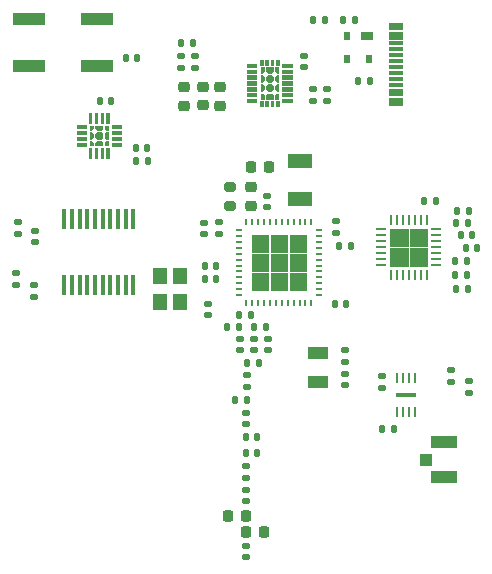
<source format=gtp>
G04 #@! TF.GenerationSoftware,KiCad,Pcbnew,(6.0.8)*
G04 #@! TF.CreationDate,2022-11-17T21:44:11-05:00*
G04 #@! TF.ProjectId,Emrick,456d7269-636b-42e6-9b69-6361645f7063,2*
G04 #@! TF.SameCoordinates,Original*
G04 #@! TF.FileFunction,Paste,Top*
G04 #@! TF.FilePolarity,Positive*
%FSLAX46Y46*%
G04 Gerber Fmt 4.6, Leading zero omitted, Abs format (unit mm)*
G04 Created by KiCad (PCBNEW (6.0.8)) date 2022-11-17 21:44:11*
%MOMM*%
%LPD*%
G01*
G04 APERTURE LIST*
G04 Aperture macros list*
%AMRoundRect*
0 Rectangle with rounded corners*
0 $1 Rounding radius*
0 $2 $3 $4 $5 $6 $7 $8 $9 X,Y pos of 4 corners*
0 Add a 4 corners polygon primitive as box body*
4,1,4,$2,$3,$4,$5,$6,$7,$8,$9,$2,$3,0*
0 Add four circle primitives for the rounded corners*
1,1,$1+$1,$2,$3*
1,1,$1+$1,$4,$5*
1,1,$1+$1,$6,$7*
1,1,$1+$1,$8,$9*
0 Add four rect primitives between the rounded corners*
20,1,$1+$1,$2,$3,$4,$5,0*
20,1,$1+$1,$4,$5,$6,$7,0*
20,1,$1+$1,$6,$7,$8,$9,0*
20,1,$1+$1,$8,$9,$2,$3,0*%
G04 Aperture macros list end*
%ADD10C,0.100000*%
%ADD11RoundRect,0.225000X-0.225000X-0.250000X0.225000X-0.250000X0.225000X0.250000X-0.225000X0.250000X0*%
%ADD12RoundRect,0.225000X-0.250000X0.225000X-0.250000X-0.225000X0.250000X-0.225000X0.250000X0.225000X0*%
%ADD13RoundRect,0.225000X0.225000X0.250000X-0.225000X0.250000X-0.225000X-0.250000X0.225000X-0.250000X0*%
%ADD14RoundRect,0.140000X0.140000X0.170000X-0.140000X0.170000X-0.140000X-0.170000X0.140000X-0.170000X0*%
%ADD15RoundRect,0.140000X0.170000X-0.140000X0.170000X0.140000X-0.170000X0.140000X-0.170000X-0.140000X0*%
%ADD16RoundRect,0.140000X-0.140000X-0.170000X0.140000X-0.170000X0.140000X0.170000X-0.140000X0.170000X0*%
%ADD17R,1.200000X1.400000*%
%ADD18RoundRect,0.135000X0.185000X-0.135000X0.185000X0.135000X-0.185000X0.135000X-0.185000X-0.135000X0*%
%ADD19RoundRect,0.135000X0.135000X0.185000X-0.135000X0.185000X-0.135000X-0.185000X0.135000X-0.185000X0*%
%ADD20R,2.750000X1.000000*%
%ADD21R,2.000000X1.200000*%
%ADD22RoundRect,0.147500X-0.172500X0.147500X-0.172500X-0.147500X0.172500X-0.147500X0.172500X0.147500X0*%
%ADD23RoundRect,0.140000X-0.170000X0.140000X-0.170000X-0.140000X0.170000X-0.140000X0.170000X0.140000X0*%
%ADD24R,1.000000X0.700000*%
%ADD25R,0.600000X0.700000*%
%ADD26RoundRect,0.147500X0.172500X-0.147500X0.172500X0.147500X-0.172500X0.147500X-0.172500X-0.147500X0*%
%ADD27R,0.965200X0.254000*%
%ADD28R,0.254000X0.965200*%
%ADD29R,0.355600X1.676400*%
%ADD30O,0.240000X0.599999*%
%ADD31O,0.599999X0.240000*%
%ADD32R,1.800000X1.000000*%
%ADD33R,1.050000X1.000000*%
%ADD34R,2.200000X1.050000*%
%ADD35RoundRect,0.225000X0.250000X-0.225000X0.250000X0.225000X-0.250000X0.225000X-0.250000X-0.225000X0*%
%ADD36R,1.150000X0.300000*%
%ADD37RoundRect,0.135000X-0.135000X-0.185000X0.135000X-0.185000X0.135000X0.185000X-0.135000X0.185000X0*%
%ADD38R,0.254000X0.812800*%
%ADD39R,1.701800X0.304800*%
%ADD40RoundRect,0.147500X-0.147500X-0.172500X0.147500X-0.172500X0.147500X0.172500X-0.147500X0.172500X0*%
%ADD41RoundRect,0.200000X-0.275000X0.200000X-0.275000X-0.200000X0.275000X-0.200000X0.275000X0.200000X0*%
G04 APERTURE END LIST*
G36*
X117776400Y-38250000D02*
G01*
X116300000Y-38250000D01*
X116300000Y-36773600D01*
X117776400Y-36773600D01*
X117776400Y-38250000D01*
G37*
D10*
X117776400Y-38250000D02*
X116300000Y-38250000D01*
X116300000Y-36773600D01*
X117776400Y-36773600D01*
X117776400Y-38250000D01*
G36*
X116100000Y-39926400D02*
G01*
X114623600Y-39926400D01*
X114623600Y-38450000D01*
X116100000Y-38450000D01*
X116100000Y-39926400D01*
G37*
X116100000Y-39926400D02*
X114623600Y-39926400D01*
X114623600Y-38450000D01*
X116100000Y-38450000D01*
X116100000Y-39926400D01*
G36*
X116100000Y-38250000D02*
G01*
X114623600Y-38250000D01*
X114623600Y-36773600D01*
X116100000Y-36773600D01*
X116100000Y-38250000D01*
G37*
X116100000Y-38250000D02*
X114623600Y-38250000D01*
X114623600Y-36773600D01*
X116100000Y-36773600D01*
X116100000Y-38250000D01*
G36*
X117776400Y-39926400D02*
G01*
X116300000Y-39926400D01*
X116300000Y-38450000D01*
X117776400Y-38450000D01*
X117776400Y-39926400D01*
G37*
X117776400Y-39926400D02*
X116300000Y-39926400D01*
X116300000Y-38450000D01*
X117776400Y-38450000D01*
X117776400Y-39926400D01*
G36*
X90258700Y-28747721D02*
G01*
X90258700Y-29052279D01*
X90117279Y-29193700D01*
X89812721Y-29193700D01*
X89671300Y-29052279D01*
X89671300Y-28747721D01*
X89812721Y-28606300D01*
X90117279Y-28606300D01*
X90258700Y-28747721D01*
G37*
X90258700Y-28747721D02*
X90258700Y-29052279D01*
X90117279Y-29193700D01*
X89812721Y-29193700D01*
X89671300Y-29052279D01*
X89671300Y-28747721D01*
X89812721Y-28606300D01*
X90117279Y-28606300D01*
X90258700Y-28747721D01*
G36*
X88890108Y-29265171D02*
G01*
X88089893Y-29265171D01*
X88089893Y-29034955D01*
X88890108Y-29034955D01*
X88890108Y-29265171D01*
G37*
X88890108Y-29265171D02*
X88089893Y-29265171D01*
X88089893Y-29034955D01*
X88890108Y-29034955D01*
X88890108Y-29265171D01*
G36*
X90330107Y-30775107D02*
G01*
X90099892Y-30775107D01*
X90099892Y-29974892D01*
X90330107Y-29974892D01*
X90330107Y-30775107D01*
G37*
X90330107Y-30775107D02*
X90099892Y-30775107D01*
X90099892Y-29974892D01*
X90330107Y-29974892D01*
X90330107Y-30775107D01*
G36*
X89471300Y-28264879D02*
G01*
X89329879Y-28406300D01*
X89189930Y-28406300D01*
X89189930Y-28124930D01*
X89471300Y-28124930D01*
X89471300Y-28264879D01*
G37*
X89471300Y-28264879D02*
X89329879Y-28406300D01*
X89189930Y-28406300D01*
X89189930Y-28124930D01*
X89471300Y-28124930D01*
X89471300Y-28264879D01*
G36*
X88890108Y-28765045D02*
G01*
X88089893Y-28765045D01*
X88089893Y-28534829D01*
X88890108Y-28534829D01*
X88890108Y-28765045D01*
G37*
X88890108Y-28765045D02*
X88089893Y-28765045D01*
X88089893Y-28534829D01*
X88890108Y-28534829D01*
X88890108Y-28765045D01*
G36*
X90740070Y-29193700D02*
G01*
X90600121Y-29193700D01*
X90458700Y-29052279D01*
X90458700Y-28747721D01*
X90600121Y-28606300D01*
X90740070Y-28606300D01*
X90740070Y-29193700D01*
G37*
X90740070Y-29193700D02*
X90600121Y-29193700D01*
X90458700Y-29052279D01*
X90458700Y-28747721D01*
X90600121Y-28606300D01*
X90740070Y-28606300D01*
X90740070Y-29193700D01*
G36*
X90258700Y-29535121D02*
G01*
X90258700Y-29675070D01*
X89671300Y-29675070D01*
X89671300Y-29535121D01*
X89812721Y-29393700D01*
X90117279Y-29393700D01*
X90258700Y-29535121D01*
G37*
X90258700Y-29535121D02*
X90258700Y-29675070D01*
X89671300Y-29675070D01*
X89671300Y-29535121D01*
X89812721Y-29393700D01*
X90117279Y-29393700D01*
X90258700Y-29535121D01*
G36*
X89330109Y-27825108D02*
G01*
X89099891Y-27825108D01*
X89099891Y-27024893D01*
X89330109Y-27024893D01*
X89330109Y-27825108D01*
G37*
X89330109Y-27825108D02*
X89099891Y-27825108D01*
X89099891Y-27024893D01*
X89330109Y-27024893D01*
X89330109Y-27825108D01*
G36*
X90330107Y-27825108D02*
G01*
X90099892Y-27825108D01*
X90099892Y-27024893D01*
X90330107Y-27024893D01*
X90330107Y-27825108D01*
G37*
X90330107Y-27825108D02*
X90099892Y-27825108D01*
X90099892Y-27024893D01*
X90330107Y-27024893D01*
X90330107Y-27825108D01*
G36*
X88890108Y-28264919D02*
G01*
X88089893Y-28264919D01*
X88089893Y-28034703D01*
X88890108Y-28034703D01*
X88890108Y-28264919D01*
G37*
X88890108Y-28264919D02*
X88089893Y-28264919D01*
X88089893Y-28034703D01*
X88890108Y-28034703D01*
X88890108Y-28264919D01*
G36*
X90740070Y-28406300D02*
G01*
X90600121Y-28406300D01*
X90458700Y-28264879D01*
X90458700Y-28124930D01*
X90740070Y-28124930D01*
X90740070Y-28406300D01*
G37*
X90740070Y-28406300D02*
X90600121Y-28406300D01*
X90458700Y-28264879D01*
X90458700Y-28124930D01*
X90740070Y-28124930D01*
X90740070Y-28406300D01*
G36*
X90258700Y-28264879D02*
G01*
X90117279Y-28406300D01*
X89812721Y-28406300D01*
X89671300Y-28264879D01*
X89671300Y-28124930D01*
X90258700Y-28124930D01*
X90258700Y-28264879D01*
G37*
X90258700Y-28264879D02*
X90117279Y-28406300D01*
X89812721Y-28406300D01*
X89671300Y-28264879D01*
X89671300Y-28124930D01*
X90258700Y-28124930D01*
X90258700Y-28264879D01*
G36*
X89471300Y-29535121D02*
G01*
X89471300Y-29675070D01*
X89189930Y-29675070D01*
X89189930Y-29393700D01*
X89329879Y-29393700D01*
X89471300Y-29535121D01*
G37*
X89471300Y-29535121D02*
X89471300Y-29675070D01*
X89189930Y-29675070D01*
X89189930Y-29393700D01*
X89329879Y-29393700D01*
X89471300Y-29535121D01*
G36*
X89830108Y-27825108D02*
G01*
X89599893Y-27825108D01*
X89599893Y-27024893D01*
X89830108Y-27024893D01*
X89830108Y-27825108D01*
G37*
X89830108Y-27825108D02*
X89599893Y-27825108D01*
X89599893Y-27024893D01*
X89830108Y-27024893D01*
X89830108Y-27825108D01*
G36*
X89830108Y-30775107D02*
G01*
X89599893Y-30775107D01*
X89599893Y-29974892D01*
X89830108Y-29974892D01*
X89830108Y-30775107D01*
G37*
X89830108Y-30775107D02*
X89599893Y-30775107D01*
X89599893Y-29974892D01*
X89830108Y-29974892D01*
X89830108Y-30775107D01*
G36*
X89330109Y-30775107D02*
G01*
X89099891Y-30775107D01*
X89099891Y-29974892D01*
X89330109Y-29974892D01*
X89330109Y-30775107D01*
G37*
X89330109Y-30775107D02*
X89099891Y-30775107D01*
X89099891Y-29974892D01*
X89330109Y-29974892D01*
X89330109Y-30775107D01*
G36*
X91840107Y-28264919D02*
G01*
X91039892Y-28264919D01*
X91039892Y-28034703D01*
X91840107Y-28034703D01*
X91840107Y-28264919D01*
G37*
X91840107Y-28264919D02*
X91039892Y-28264919D01*
X91039892Y-28034703D01*
X91840107Y-28034703D01*
X91840107Y-28264919D01*
G36*
X89471300Y-28747721D02*
G01*
X89471300Y-29052279D01*
X89329879Y-29193700D01*
X89189930Y-29193700D01*
X89189930Y-28606300D01*
X89329879Y-28606300D01*
X89471300Y-28747721D01*
G37*
X89471300Y-28747721D02*
X89471300Y-29052279D01*
X89329879Y-29193700D01*
X89189930Y-29193700D01*
X89189930Y-28606300D01*
X89329879Y-28606300D01*
X89471300Y-28747721D01*
G36*
X91840107Y-29265171D02*
G01*
X91039892Y-29265171D01*
X91039892Y-29034955D01*
X91840107Y-29034955D01*
X91840107Y-29265171D01*
G37*
X91840107Y-29265171D02*
X91039892Y-29265171D01*
X91039892Y-29034955D01*
X91840107Y-29034955D01*
X91840107Y-29265171D01*
G36*
X90830109Y-27825108D02*
G01*
X90599891Y-27825108D01*
X90599891Y-27024893D01*
X90830109Y-27024893D01*
X90830109Y-27825108D01*
G37*
X90830109Y-27825108D02*
X90599891Y-27825108D01*
X90599891Y-27024893D01*
X90830109Y-27024893D01*
X90830109Y-27825108D01*
G36*
X91840107Y-28765045D02*
G01*
X91039892Y-28765045D01*
X91039892Y-28534829D01*
X91840107Y-28534829D01*
X91840107Y-28765045D01*
G37*
X91840107Y-28765045D02*
X91039892Y-28765045D01*
X91039892Y-28534829D01*
X91840107Y-28534829D01*
X91840107Y-28765045D01*
G36*
X88890108Y-29765297D02*
G01*
X88089893Y-29765297D01*
X88089893Y-29535081D01*
X88890108Y-29535081D01*
X88890108Y-29765297D01*
G37*
X88890108Y-29765297D02*
X88089893Y-29765297D01*
X88089893Y-29535081D01*
X88890108Y-29535081D01*
X88890108Y-29765297D01*
G36*
X90740070Y-29675070D02*
G01*
X90458700Y-29675070D01*
X90458700Y-29535121D01*
X90600121Y-29393700D01*
X90740070Y-29393700D01*
X90740070Y-29675070D01*
G37*
X90740070Y-29675070D02*
X90458700Y-29675070D01*
X90458700Y-29535121D01*
X90600121Y-29393700D01*
X90740070Y-29393700D01*
X90740070Y-29675070D01*
G36*
X90830109Y-30775107D02*
G01*
X90599891Y-30775107D01*
X90599891Y-29974892D01*
X90830109Y-29974892D01*
X90830109Y-30775107D01*
G37*
X90830109Y-30775107D02*
X90599891Y-30775107D01*
X90599891Y-29974892D01*
X90830109Y-29974892D01*
X90830109Y-30775107D01*
G36*
X91840107Y-29765297D02*
G01*
X91039892Y-29765297D01*
X91039892Y-29535081D01*
X91840107Y-29535081D01*
X91840107Y-29765297D01*
G37*
X91840107Y-29765297D02*
X91039892Y-29765297D01*
X91039892Y-29535081D01*
X91840107Y-29535081D01*
X91840107Y-29765297D01*
G36*
X104296499Y-38746499D02*
G01*
X102889499Y-38746499D01*
X102889499Y-37339499D01*
X104296499Y-37339499D01*
X104296499Y-38746499D01*
G37*
X104296499Y-38746499D02*
X102889499Y-38746499D01*
X102889499Y-37339499D01*
X104296499Y-37339499D01*
X104296499Y-38746499D01*
G36*
X105903499Y-41960498D02*
G01*
X104496499Y-41960498D01*
X104496499Y-40553498D01*
X105903499Y-40553498D01*
X105903499Y-41960498D01*
G37*
X105903499Y-41960498D02*
X104496499Y-41960498D01*
X104496499Y-40553498D01*
X105903499Y-40553498D01*
X105903499Y-41960498D01*
G36*
X104296499Y-40353499D02*
G01*
X102889499Y-40353499D01*
X102889499Y-38946499D01*
X104296499Y-38946499D01*
X104296499Y-40353499D01*
G37*
X104296499Y-40353499D02*
X102889499Y-40353499D01*
X102889499Y-38946499D01*
X104296499Y-38946499D01*
X104296499Y-40353499D01*
G36*
X105903499Y-38746499D02*
G01*
X104496499Y-38746499D01*
X104496499Y-37339499D01*
X105903499Y-37339499D01*
X105903499Y-38746499D01*
G37*
X105903499Y-38746499D02*
X104496499Y-38746499D01*
X104496499Y-37339499D01*
X105903499Y-37339499D01*
X105903499Y-38746499D01*
G36*
X107510498Y-38746499D02*
G01*
X106103498Y-38746499D01*
X106103498Y-37339499D01*
X107510498Y-37339499D01*
X107510498Y-38746499D01*
G37*
X107510498Y-38746499D02*
X106103498Y-38746499D01*
X106103498Y-37339499D01*
X107510498Y-37339499D01*
X107510498Y-38746499D01*
G36*
X104296499Y-41960498D02*
G01*
X102889499Y-41960498D01*
X102889499Y-40553498D01*
X104296499Y-40553498D01*
X104296499Y-41960498D01*
G37*
X104296499Y-41960498D02*
X102889499Y-41960498D01*
X102889499Y-40553498D01*
X104296499Y-40553498D01*
X104296499Y-41960498D01*
G36*
X107510498Y-41960498D02*
G01*
X106103498Y-41960498D01*
X106103498Y-40553498D01*
X107510498Y-40553498D01*
X107510498Y-41960498D01*
G37*
X107510498Y-41960498D02*
X106103498Y-41960498D01*
X106103498Y-40553498D01*
X107510498Y-40553498D01*
X107510498Y-41960498D01*
G36*
X105903499Y-40353499D02*
G01*
X104496499Y-40353499D01*
X104496499Y-38946499D01*
X105903499Y-38946499D01*
X105903499Y-40353499D01*
G37*
X105903499Y-40353499D02*
X104496499Y-40353499D01*
X104496499Y-38946499D01*
X105903499Y-38946499D01*
X105903499Y-40353499D01*
G36*
X107510498Y-40353499D02*
G01*
X106103498Y-40353499D01*
X106103498Y-38946499D01*
X107510498Y-38946499D01*
X107510498Y-40353499D01*
G37*
X107510498Y-40353499D02*
X106103498Y-40353499D01*
X106103498Y-38946499D01*
X107510498Y-38946499D01*
X107510498Y-40353499D01*
G36*
X105115070Y-25137400D02*
G01*
X105035121Y-25137400D01*
X104893700Y-24995979D01*
X104893700Y-24691421D01*
X105035121Y-24550000D01*
X105115070Y-24550000D01*
X105115070Y-25137400D01*
G37*
X105115070Y-25137400D02*
X105035121Y-25137400D01*
X104893700Y-24995979D01*
X104893700Y-24691421D01*
X105035121Y-24550000D01*
X105115070Y-24550000D01*
X105115070Y-25137400D01*
G36*
X104693700Y-23421179D02*
G01*
X104552279Y-23562600D01*
X104247721Y-23562600D01*
X104106300Y-23421179D01*
X104106300Y-23099930D01*
X104693700Y-23099930D01*
X104693700Y-23421179D01*
G37*
X104693700Y-23421179D02*
X104552279Y-23562600D01*
X104247721Y-23562600D01*
X104106300Y-23421179D01*
X104106300Y-23099930D01*
X104693700Y-23099930D01*
X104693700Y-23421179D01*
G36*
X104290000Y-26425000D02*
G01*
X104060000Y-26425000D01*
X104060000Y-25976600D01*
X104290000Y-25976600D01*
X104290000Y-26425000D01*
G37*
X104290000Y-26425000D02*
X104060000Y-26425000D01*
X104060000Y-25976600D01*
X104290000Y-25976600D01*
X104290000Y-26425000D01*
G36*
X103906300Y-24691421D02*
G01*
X103906300Y-24995979D01*
X103764879Y-25137400D01*
X103684930Y-25137400D01*
X103684930Y-24550000D01*
X103764879Y-24550000D01*
X103906300Y-24691421D01*
G37*
X103906300Y-24691421D02*
X103906300Y-24995979D01*
X103764879Y-25137400D01*
X103684930Y-25137400D01*
X103684930Y-24550000D01*
X103764879Y-24550000D01*
X103906300Y-24691421D01*
G36*
X106319999Y-23090000D02*
G01*
X105500000Y-23090000D01*
X105500000Y-22810001D01*
X106319999Y-22810001D01*
X106319999Y-23090000D01*
G37*
X106319999Y-23090000D02*
X105500000Y-23090000D01*
X105500000Y-22810001D01*
X106319999Y-22810001D01*
X106319999Y-23090000D01*
G36*
X105190000Y-26425000D02*
G01*
X104960000Y-26425000D01*
X104960000Y-25976600D01*
X105190000Y-25976600D01*
X105190000Y-26425000D01*
G37*
X105190000Y-26425000D02*
X104960000Y-26425000D01*
X104960000Y-25976600D01*
X105190000Y-25976600D01*
X105190000Y-26425000D01*
G36*
X104693700Y-24691421D02*
G01*
X104693700Y-24995979D01*
X104552279Y-25137400D01*
X104247721Y-25137400D01*
X104106300Y-24995979D01*
X104106300Y-24691421D01*
X104247721Y-24550000D01*
X104552279Y-24550000D01*
X104693700Y-24691421D01*
G37*
X104693700Y-24691421D02*
X104693700Y-24995979D01*
X104552279Y-25137400D01*
X104247721Y-25137400D01*
X104106300Y-24995979D01*
X104106300Y-24691421D01*
X104247721Y-24550000D01*
X104552279Y-24550000D01*
X104693700Y-24691421D01*
G36*
X104693700Y-25478821D02*
G01*
X104693700Y-25800070D01*
X104106300Y-25800070D01*
X104106300Y-25478821D01*
X104247721Y-25337400D01*
X104552279Y-25337400D01*
X104693700Y-25478821D01*
G37*
X104693700Y-25478821D02*
X104693700Y-25800070D01*
X104106300Y-25800070D01*
X104106300Y-25478821D01*
X104247721Y-25337400D01*
X104552279Y-25337400D01*
X104693700Y-25478821D01*
G36*
X104693700Y-23904021D02*
G01*
X104693700Y-24208579D01*
X104552279Y-24350000D01*
X104247721Y-24350000D01*
X104106300Y-24208579D01*
X104106300Y-23904021D01*
X104247721Y-23762600D01*
X104552279Y-23762600D01*
X104693700Y-23904021D01*
G37*
X104693700Y-23904021D02*
X104693700Y-24208579D01*
X104552279Y-24350000D01*
X104247721Y-24350000D01*
X104106300Y-24208579D01*
X104106300Y-23904021D01*
X104247721Y-23762600D01*
X104552279Y-23762600D01*
X104693700Y-23904021D01*
G36*
X103906300Y-25478821D02*
G01*
X103906300Y-25800070D01*
X103684930Y-25800070D01*
X103684930Y-25337400D01*
X103764879Y-25337400D01*
X103906300Y-25478821D01*
G37*
X103906300Y-25478821D02*
X103906300Y-25800070D01*
X103684930Y-25800070D01*
X103684930Y-25337400D01*
X103764879Y-25337400D01*
X103906300Y-25478821D01*
G36*
X106319999Y-25089999D02*
G01*
X105500000Y-25089999D01*
X105500000Y-24809999D01*
X106319999Y-24809999D01*
X106319999Y-25089999D01*
G37*
X106319999Y-25089999D02*
X105500000Y-25089999D01*
X105500000Y-24809999D01*
X106319999Y-24809999D01*
X106319999Y-25089999D01*
G36*
X103840000Y-26425000D02*
G01*
X103610000Y-26425000D01*
X103610000Y-25976600D01*
X103840000Y-25976600D01*
X103840000Y-26425000D01*
G37*
X103840000Y-26425000D02*
X103610000Y-26425000D01*
X103610000Y-25976600D01*
X103840000Y-25976600D01*
X103840000Y-26425000D01*
G36*
X104740000Y-26425000D02*
G01*
X104510000Y-26425000D01*
X104510000Y-25976600D01*
X104740000Y-25976600D01*
X104740000Y-26425000D01*
G37*
X104740000Y-26425000D02*
X104510000Y-26425000D01*
X104510000Y-25976600D01*
X104740000Y-25976600D01*
X104740000Y-26425000D01*
G36*
X106319999Y-24090001D02*
G01*
X105500000Y-24090001D01*
X105500000Y-23809999D01*
X106319999Y-23809999D01*
X106319999Y-24090001D01*
G37*
X106319999Y-24090001D02*
X105500000Y-24090001D01*
X105500000Y-23809999D01*
X106319999Y-23809999D01*
X106319999Y-24090001D01*
G36*
X103300000Y-23589999D02*
G01*
X102480001Y-23589999D01*
X102480001Y-23310000D01*
X103300000Y-23310000D01*
X103300000Y-23589999D01*
G37*
X103300000Y-23589999D02*
X102480001Y-23589999D01*
X102480001Y-23310000D01*
X103300000Y-23310000D01*
X103300000Y-23589999D01*
G36*
X103300000Y-26089999D02*
G01*
X102480001Y-26089999D01*
X102480001Y-25810000D01*
X103300000Y-25810000D01*
X103300000Y-26089999D01*
G37*
X103300000Y-26089999D02*
X102480001Y-26089999D01*
X102480001Y-25810000D01*
X103300000Y-25810000D01*
X103300000Y-26089999D01*
G36*
X103300000Y-24590000D02*
G01*
X102480001Y-24590000D01*
X102480001Y-24310000D01*
X103300000Y-24310000D01*
X103300000Y-24590000D01*
G37*
X103300000Y-24590000D02*
X102480001Y-24590000D01*
X102480001Y-24310000D01*
X103300000Y-24310000D01*
X103300000Y-24590000D01*
G36*
X103300000Y-23090000D02*
G01*
X102480001Y-23090000D01*
X102480001Y-22810001D01*
X103300000Y-22810001D01*
X103300000Y-23090000D01*
G37*
X103300000Y-23090000D02*
X102480001Y-23090000D01*
X102480001Y-22810001D01*
X103300000Y-22810001D01*
X103300000Y-23090000D01*
G36*
X105115070Y-23562600D02*
G01*
X105035121Y-23562600D01*
X104893700Y-23421179D01*
X104893700Y-23099930D01*
X105115070Y-23099930D01*
X105115070Y-23562600D01*
G37*
X105115070Y-23562600D02*
X105035121Y-23562600D01*
X104893700Y-23421179D01*
X104893700Y-23099930D01*
X105115070Y-23099930D01*
X105115070Y-23562600D01*
G36*
X103906300Y-23421179D02*
G01*
X103764879Y-23562600D01*
X103684930Y-23562600D01*
X103684930Y-23099930D01*
X103906300Y-23099930D01*
X103906300Y-23421179D01*
G37*
X103906300Y-23421179D02*
X103764879Y-23562600D01*
X103684930Y-23562600D01*
X103684930Y-23099930D01*
X103906300Y-23099930D01*
X103906300Y-23421179D01*
G36*
X106319999Y-25590000D02*
G01*
X105500000Y-25590000D01*
X105500000Y-25310001D01*
X106319999Y-25310001D01*
X106319999Y-25590000D01*
G37*
X106319999Y-25590000D02*
X105500000Y-25590000D01*
X105500000Y-25310001D01*
X106319999Y-25310001D01*
X106319999Y-25590000D01*
G36*
X104740000Y-22923400D02*
G01*
X104510000Y-22923400D01*
X104510000Y-22475000D01*
X104740000Y-22475000D01*
X104740000Y-22923400D01*
G37*
X104740000Y-22923400D02*
X104510000Y-22923400D01*
X104510000Y-22475000D01*
X104740000Y-22475000D01*
X104740000Y-22923400D01*
G36*
X105115070Y-25800070D02*
G01*
X104893700Y-25800070D01*
X104893700Y-25478821D01*
X105035121Y-25337400D01*
X105115070Y-25337400D01*
X105115070Y-25800070D01*
G37*
X105115070Y-25800070D02*
X104893700Y-25800070D01*
X104893700Y-25478821D01*
X105035121Y-25337400D01*
X105115070Y-25337400D01*
X105115070Y-25800070D01*
G36*
X106319999Y-23589999D02*
G01*
X105500000Y-23589999D01*
X105500000Y-23310000D01*
X106319999Y-23310000D01*
X106319999Y-23589999D01*
G37*
X106319999Y-23589999D02*
X105500000Y-23589999D01*
X105500000Y-23310000D01*
X106319999Y-23310000D01*
X106319999Y-23589999D01*
G36*
X105190000Y-22923400D02*
G01*
X104960000Y-22923400D01*
X104960000Y-22475000D01*
X105190000Y-22475000D01*
X105190000Y-22923400D01*
G37*
X105190000Y-22923400D02*
X104960000Y-22923400D01*
X104960000Y-22475000D01*
X105190000Y-22475000D01*
X105190000Y-22923400D01*
G36*
X106319999Y-26089999D02*
G01*
X105500000Y-26089999D01*
X105500000Y-25810000D01*
X106319999Y-25810000D01*
X106319999Y-26089999D01*
G37*
X106319999Y-26089999D02*
X105500000Y-26089999D01*
X105500000Y-25810000D01*
X106319999Y-25810000D01*
X106319999Y-26089999D01*
G36*
X105115070Y-24350000D02*
G01*
X105035121Y-24350000D01*
X104893700Y-24208579D01*
X104893700Y-23904021D01*
X105035121Y-23762600D01*
X105115070Y-23762600D01*
X105115070Y-24350000D01*
G37*
X105115070Y-24350000D02*
X105035121Y-24350000D01*
X104893700Y-24208579D01*
X104893700Y-23904021D01*
X105035121Y-23762600D01*
X105115070Y-23762600D01*
X105115070Y-24350000D01*
G36*
X103300000Y-25090001D02*
G01*
X102480001Y-25090001D01*
X102480001Y-24809999D01*
X103300000Y-24809999D01*
X103300000Y-25090001D01*
G37*
X103300000Y-25090001D02*
X102480001Y-25090001D01*
X102480001Y-24809999D01*
X103300000Y-24809999D01*
X103300000Y-25090001D01*
G36*
X103300000Y-24090001D02*
G01*
X102480001Y-24090001D01*
X102480001Y-23810001D01*
X103300000Y-23810001D01*
X103300000Y-24090001D01*
G37*
X103300000Y-24090001D02*
X102480001Y-24090001D01*
X102480001Y-23810001D01*
X103300000Y-23810001D01*
X103300000Y-24090001D01*
G36*
X104290000Y-22923400D02*
G01*
X104060000Y-22923400D01*
X104060000Y-22475000D01*
X104290000Y-22475000D01*
X104290000Y-22923400D01*
G37*
X104290000Y-22923400D02*
X104060000Y-22923400D01*
X104060000Y-22475000D01*
X104290000Y-22475000D01*
X104290000Y-22923400D01*
G36*
X103840000Y-22923400D02*
G01*
X103610000Y-22923400D01*
X103610000Y-22475000D01*
X103840000Y-22475000D01*
X103840000Y-22923400D01*
G37*
X103840000Y-22923400D02*
X103610000Y-22923400D01*
X103610000Y-22475000D01*
X103840000Y-22475000D01*
X103840000Y-22923400D01*
G36*
X106319999Y-24590000D02*
G01*
X105500000Y-24590000D01*
X105500000Y-24310000D01*
X106319999Y-24310000D01*
X106319999Y-24590000D01*
G37*
X106319999Y-24590000D02*
X105500000Y-24590000D01*
X105500000Y-24310000D01*
X106319999Y-24310000D01*
X106319999Y-24590000D01*
G36*
X103906300Y-23904021D02*
G01*
X103906300Y-24208579D01*
X103764879Y-24350000D01*
X103684930Y-24350000D01*
X103684930Y-23762600D01*
X103764879Y-23762600D01*
X103906300Y-23904021D01*
G37*
X103906300Y-23904021D02*
X103906300Y-24208579D01*
X103764879Y-24350000D01*
X103684930Y-24350000D01*
X103684930Y-23762600D01*
X103764879Y-23762600D01*
X103906300Y-23904021D01*
G36*
X103300000Y-25590000D02*
G01*
X102480001Y-25590000D01*
X102480001Y-25310001D01*
X103300000Y-25310001D01*
X103300000Y-25590000D01*
G37*
X103300000Y-25590000D02*
X102480001Y-25590000D01*
X102480001Y-25310001D01*
X103300000Y-25310001D01*
X103300000Y-25590000D01*
D11*
X102400000Y-62450000D03*
X103950000Y-62450000D03*
D12*
X100200000Y-24825000D03*
X100200000Y-26375000D03*
D13*
X102400000Y-61100000D03*
X100850000Y-61100000D03*
D14*
X103380000Y-55732500D03*
X102420000Y-55732500D03*
D15*
X102400000Y-57862500D03*
X102400000Y-56902500D03*
D16*
X120620000Y-37350000D03*
X121580000Y-37350000D03*
X120320000Y-35250000D03*
X121280000Y-35250000D03*
X121020000Y-38450000D03*
X121980000Y-38450000D03*
X120220000Y-36300000D03*
X121180000Y-36300000D03*
D17*
X96850000Y-42950000D03*
X96850000Y-40750000D03*
X95150000Y-40750000D03*
X95150000Y-42950000D03*
D18*
X98100000Y-23160000D03*
X98100000Y-22140000D03*
D19*
X111610000Y-19150000D03*
X110590000Y-19150000D03*
D20*
X89780000Y-23050000D03*
X84020000Y-23050000D03*
X84020000Y-19050000D03*
X89780000Y-19050000D03*
D21*
X107000000Y-34250000D03*
X107000000Y-31050000D03*
D15*
X109270572Y-25930000D03*
X109270572Y-24970000D03*
D22*
X102400000Y-52385000D03*
X102400000Y-53355000D03*
X101900000Y-46080000D03*
X101900000Y-47050000D03*
D14*
X99880000Y-39950000D03*
X98920000Y-39950000D03*
D23*
X99200000Y-43170000D03*
X99200000Y-44130000D03*
D16*
X109920000Y-43150000D03*
X110880000Y-43150000D03*
D18*
X100100000Y-37260000D03*
X100100000Y-36240000D03*
D16*
X93085000Y-29945000D03*
X94045000Y-29945000D03*
D19*
X121154000Y-39537000D03*
X120134000Y-39537000D03*
D24*
X112650000Y-20450000D03*
D25*
X110950000Y-20450000D03*
X110950000Y-22450000D03*
X112850000Y-22450000D03*
D18*
X83100000Y-37260000D03*
X83100000Y-36240000D03*
D16*
X92220000Y-22350000D03*
X93180000Y-22350000D03*
D19*
X97910000Y-21050000D03*
X96890000Y-21050000D03*
D26*
X121297000Y-50685000D03*
X121297000Y-49715000D03*
D23*
X103100000Y-46090000D03*
X103100000Y-47050000D03*
D27*
X118524100Y-39850000D03*
X118524100Y-39350001D03*
X118524100Y-38849999D03*
X118524100Y-38350000D03*
X118524100Y-37850001D03*
X118524100Y-37349999D03*
X118524100Y-36850000D03*
D28*
X117700000Y-36025900D03*
X117200001Y-36025900D03*
X116699999Y-36025900D03*
X116200000Y-36025900D03*
X115700001Y-36025900D03*
X115199999Y-36025900D03*
X114700000Y-36025900D03*
D27*
X113875900Y-36850000D03*
X113875900Y-37349999D03*
X113875900Y-37850001D03*
X113875900Y-38350000D03*
X113875900Y-38849999D03*
X113875900Y-39350001D03*
X113875900Y-39850000D03*
D28*
X114700000Y-40674100D03*
X115199999Y-40674100D03*
X115700001Y-40674100D03*
X116200000Y-40674100D03*
X116699999Y-40674100D03*
X117200001Y-40674100D03*
X117700000Y-40674100D03*
D19*
X118510000Y-34450000D03*
X117490000Y-34450000D03*
D29*
X87027500Y-41583650D03*
X87677501Y-41583650D03*
X88327499Y-41583650D03*
X88977501Y-41583650D03*
X89627499Y-41583650D03*
X90277498Y-41583650D03*
X90927499Y-41583650D03*
X91577498Y-41583650D03*
X92227499Y-41583650D03*
X92877498Y-41583650D03*
X92877500Y-35944850D03*
X92227502Y-35944850D03*
X91577501Y-35944850D03*
X90927502Y-35944850D03*
X90277501Y-35944850D03*
X89627502Y-35944850D03*
X88977501Y-35944850D03*
X88327502Y-35944850D03*
X87677501Y-35944850D03*
X87027502Y-35944850D03*
D15*
X104200000Y-34980000D03*
X104200000Y-34020000D03*
D12*
X98750000Y-24775000D03*
X98750000Y-26325000D03*
D16*
X90040000Y-25950000D03*
X91000000Y-25950000D03*
D15*
X108070572Y-25930000D03*
X108070572Y-24970000D03*
D23*
X98900000Y-36270000D03*
X98900000Y-37230000D03*
D16*
X110320000Y-38250000D03*
X111280000Y-38250000D03*
X100826000Y-45070000D03*
X101786000Y-45070000D03*
D30*
X102450000Y-43050001D03*
X102949999Y-43050001D03*
X103449998Y-43050001D03*
X103950000Y-43050001D03*
X104449999Y-43050001D03*
X104950000Y-43050001D03*
X105450000Y-43050001D03*
X105949998Y-43050001D03*
X106450000Y-43050001D03*
X106949999Y-43050001D03*
X107450001Y-43050001D03*
X107950000Y-43050001D03*
D31*
X108600001Y-42400000D03*
X108600001Y-41900001D03*
X108600001Y-41400002D03*
X108600001Y-40900000D03*
X108600001Y-40400001D03*
X108600001Y-39900000D03*
X108600001Y-39400000D03*
X108600001Y-38900002D03*
X108600001Y-38400000D03*
X108600001Y-37900001D03*
X108600001Y-37399999D03*
X108600001Y-36900000D03*
D30*
X107950000Y-36249999D03*
X107450001Y-36249999D03*
X106949999Y-36249999D03*
X106450000Y-36249999D03*
X105949998Y-36249999D03*
X105450000Y-36249999D03*
X104950000Y-36249999D03*
X104449999Y-36249999D03*
X103950000Y-36249999D03*
X103449998Y-36249999D03*
X102949999Y-36249999D03*
X102450000Y-36249999D03*
D31*
X101799999Y-36900000D03*
X101799999Y-37399999D03*
X101799999Y-37900001D03*
X101799999Y-38400000D03*
X101799999Y-38900002D03*
X101799999Y-39400000D03*
X101799999Y-39900000D03*
X101799999Y-40400001D03*
X101799999Y-40900000D03*
X101799999Y-41400002D03*
X101799999Y-41900001D03*
X101799999Y-42400000D03*
D14*
X99880000Y-41050000D03*
X98920000Y-41050000D03*
D32*
X108500000Y-49800000D03*
X108500000Y-47300000D03*
D19*
X121154000Y-40680000D03*
X120134000Y-40680000D03*
D33*
X117620000Y-56332500D03*
D34*
X119145000Y-57807500D03*
X119145000Y-54857500D03*
D23*
X113900000Y-49270000D03*
X113900000Y-50230000D03*
D15*
X107300000Y-23130000D03*
X107300000Y-22170000D03*
D14*
X102480000Y-51270000D03*
X101520000Y-51270000D03*
D35*
X102800000Y-34825000D03*
X102800000Y-33275000D03*
D23*
X102400000Y-63620000D03*
X102400000Y-64580000D03*
D36*
X115130000Y-26200000D03*
X115130000Y-25400000D03*
X115130000Y-24100000D03*
X115130000Y-23100000D03*
X115130000Y-22600000D03*
X115130000Y-21600000D03*
X115130000Y-20300000D03*
X115130000Y-19500000D03*
X115130000Y-19800000D03*
X115130000Y-20600000D03*
X115130000Y-21100000D03*
X115130000Y-22100000D03*
X115130000Y-23600000D03*
X115130000Y-24600000D03*
X115130000Y-25100000D03*
X115130000Y-25900000D03*
D15*
X110000000Y-37130000D03*
X110000000Y-36170000D03*
D16*
X102520000Y-48170000D03*
X103480000Y-48170000D03*
D35*
X97150000Y-26376000D03*
X97150000Y-24826000D03*
D18*
X119773000Y-49799000D03*
X119773000Y-48779000D03*
D16*
X102420000Y-54450000D03*
X103380000Y-54450000D03*
D26*
X84424000Y-42553000D03*
X84424000Y-41583000D03*
D15*
X110800000Y-50030000D03*
X110800000Y-49070000D03*
D19*
X109110000Y-19150000D03*
X108090000Y-19150000D03*
D23*
X110800000Y-47070000D03*
X110800000Y-48030000D03*
D22*
X102400000Y-58897500D03*
X102400000Y-59867500D03*
D23*
X104300000Y-46090000D03*
X104300000Y-47050000D03*
D37*
X113940000Y-53700000D03*
X114960000Y-53700000D03*
X93090000Y-31050000D03*
X94110000Y-31050000D03*
D22*
X102500000Y-49185000D03*
X102500000Y-50155000D03*
D38*
X115238000Y-52297800D03*
X115746000Y-52297800D03*
X116254000Y-52297800D03*
X116762000Y-52297800D03*
X116762000Y-49402200D03*
X116254000Y-49402200D03*
X115746000Y-49402200D03*
X115238000Y-49402200D03*
D39*
X116000000Y-50850000D03*
D37*
X111890000Y-24250000D03*
X112910000Y-24250000D03*
D18*
X96900000Y-23160000D03*
X96900000Y-22140000D03*
D26*
X84527000Y-37939000D03*
X84527000Y-36969000D03*
D18*
X82900000Y-41550000D03*
X82900000Y-40530000D03*
D19*
X121192000Y-41914000D03*
X120172000Y-41914000D03*
D40*
X101837000Y-44070000D03*
X102807000Y-44070000D03*
D41*
X101100000Y-33225000D03*
X101100000Y-34875000D03*
D40*
X103107000Y-45070000D03*
X104077000Y-45070000D03*
D13*
X104375000Y-31550000D03*
X102825000Y-31550000D03*
M02*

</source>
